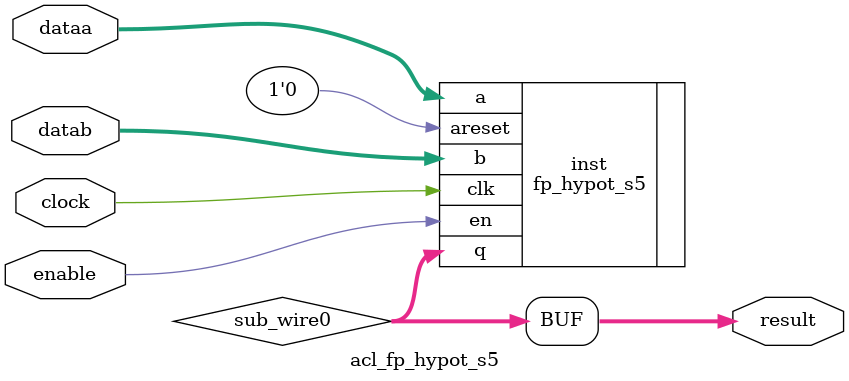
<source format=v>
`timescale 1 ps / 1 ps
module acl_fp_hypot_s5 (
	enable,
	clock,
	dataa,
	datab,
	result);

	input	  enable;
	input	  clock;
	input	[31:0]  dataa;
	input	[31:0]  datab;
	output	[31:0]  result;

	wire [31:0] sub_wire0;
	wire [31:0] result = sub_wire0[31:0];

  fp_hypot_s5 inst(
        .a(dataa),
        .b(datab),
        .en(enable),
        .q(sub_wire0),
        .clk(clock),
        .areset(1'b0)
        );

endmodule

</source>
